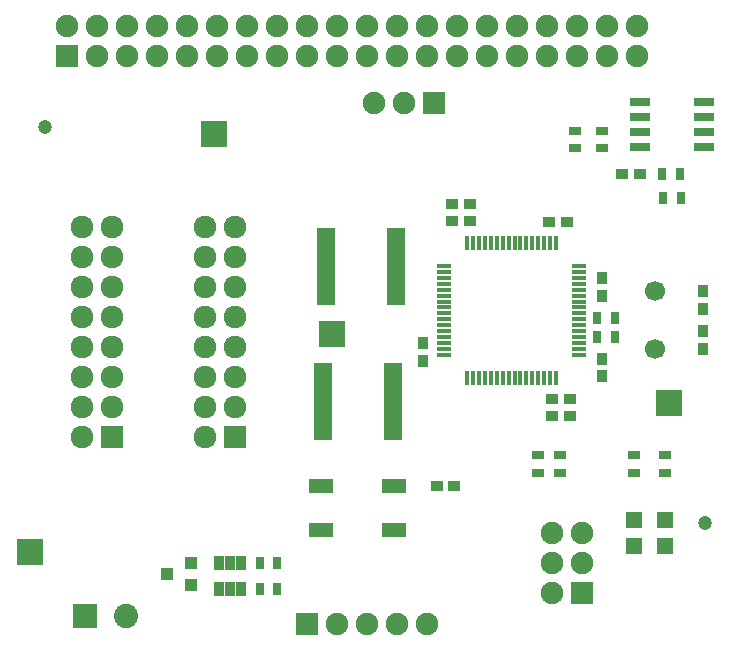
<source format=gts>
G04 #@! TF.FileFunction,Soldermask,Top*
%FSLAX46Y46*%
G04 Gerber Fmt 4.6, Leading zero omitted, Abs format (unit mm)*
G04 Created by KiCad (PCBNEW 4.0.7-e2-6376~58~ubuntu16.04.1) date Sun May 27 17:23:26 2018*
%MOMM*%
%LPD*%
G01*
G04 APERTURE LIST*
%ADD10C,0.100000*%
%ADD11R,1.900000X1.900000*%
%ADD12O,1.900000X1.900000*%
%ADD13R,1.927200X1.927200*%
%ADD14O,1.927200X1.927200*%
%ADD15R,1.400000X1.400000*%
%ADD16R,1.650000X0.650000*%
%ADD17C,1.700000*%
%ADD18R,1.750000X0.800000*%
%ADD19C,1.200000*%
%ADD20R,2.200000X2.200000*%
%ADD21R,1.200000X0.450000*%
%ADD22R,0.450000X1.200000*%
%ADD23R,1.000000X0.950000*%
%ADD24R,0.950000X1.000000*%
%ADD25R,1.100000X0.700000*%
%ADD26R,0.700000X1.100000*%
%ADD27R,2.000000X1.300000*%
%ADD28R,2.049120X2.049120*%
%ADD29C,2.049120*%
%ADD30R,1.100000X1.000000*%
%ADD31R,0.850000X1.260000*%
G04 APERTURE END LIST*
D10*
D11*
X132715000Y-56515000D03*
D12*
X132715000Y-53975000D03*
X135255000Y-56515000D03*
X135255000Y-53975000D03*
X137795000Y-56515000D03*
X137795000Y-53975000D03*
X140335000Y-56515000D03*
X140335000Y-53975000D03*
X142875000Y-56515000D03*
X142875000Y-53975000D03*
X145415000Y-56515000D03*
X145415000Y-53975000D03*
X147955000Y-56515000D03*
X147955000Y-53975000D03*
X150495000Y-56515000D03*
X150495000Y-53975000D03*
X153035000Y-56515000D03*
X153035000Y-53975000D03*
X155575000Y-56515000D03*
X155575000Y-53975000D03*
X158115000Y-56515000D03*
X158115000Y-53975000D03*
X160655000Y-56515000D03*
X160655000Y-53975000D03*
X163195000Y-56515000D03*
X163195000Y-53975000D03*
X165735000Y-56515000D03*
X165735000Y-53975000D03*
X168275000Y-56515000D03*
X168275000Y-53975000D03*
X170815000Y-56515000D03*
X170815000Y-53975000D03*
X173355000Y-56515000D03*
X173355000Y-53975000D03*
X175895000Y-56515000D03*
X175895000Y-53975000D03*
X178435000Y-56515000D03*
X178435000Y-53975000D03*
X180975000Y-56515000D03*
X180975000Y-53975000D03*
D13*
X136525000Y-88773000D03*
D14*
X133985000Y-88773000D03*
X136525000Y-86233000D03*
X133985000Y-86233000D03*
X136525000Y-83693000D03*
X133985000Y-83693000D03*
X136525000Y-81153000D03*
X133985000Y-81153000D03*
X136525000Y-78613000D03*
X133985000Y-78613000D03*
X136525000Y-76073000D03*
X133985000Y-76073000D03*
X136525000Y-73533000D03*
X133985000Y-73533000D03*
X136525000Y-70993000D03*
X133985000Y-70993000D03*
D15*
X180721000Y-97958000D03*
X180721000Y-95758000D03*
X183362600Y-97958000D03*
X183362600Y-95758000D03*
D13*
X146939000Y-88773000D03*
D14*
X144399000Y-88773000D03*
X146939000Y-86233000D03*
X144399000Y-86233000D03*
X146939000Y-83693000D03*
X144399000Y-83693000D03*
X146939000Y-81153000D03*
X144399000Y-81153000D03*
X146939000Y-78613000D03*
X144399000Y-78613000D03*
X146939000Y-76073000D03*
X144399000Y-76073000D03*
X146939000Y-73533000D03*
X144399000Y-73533000D03*
X146939000Y-70993000D03*
X144399000Y-70993000D03*
D11*
X176276000Y-101981000D03*
D12*
X173736000Y-101981000D03*
X176276000Y-99441000D03*
X173736000Y-99441000D03*
X176276000Y-96901000D03*
X173736000Y-96901000D03*
D16*
X160557000Y-77220000D03*
X160557000Y-76570000D03*
X160557000Y-75920000D03*
X160557000Y-75270000D03*
X160557000Y-74620000D03*
X160557000Y-73970000D03*
X160557000Y-73320000D03*
X160557000Y-72670000D03*
X160557000Y-72020000D03*
X160557000Y-71370000D03*
X154657000Y-71370000D03*
X154657000Y-72020000D03*
X154657000Y-72670000D03*
X154657000Y-73320000D03*
X154657000Y-73970000D03*
X154657000Y-74620000D03*
X154657000Y-75270000D03*
X154657000Y-75920000D03*
X154657000Y-76570000D03*
X154657000Y-77220000D03*
X160303000Y-88650000D03*
X160303000Y-88000000D03*
X160303000Y-87350000D03*
X160303000Y-86700000D03*
X160303000Y-86050000D03*
X160303000Y-85400000D03*
X160303000Y-84750000D03*
X160303000Y-84100000D03*
X160303000Y-83450000D03*
X160303000Y-82800000D03*
X154403000Y-82800000D03*
X154403000Y-83450000D03*
X154403000Y-84100000D03*
X154403000Y-84750000D03*
X154403000Y-85400000D03*
X154403000Y-86050000D03*
X154403000Y-86700000D03*
X154403000Y-87350000D03*
X154403000Y-88000000D03*
X154403000Y-88650000D03*
D17*
X182511700Y-81292700D03*
X182511700Y-76412700D03*
D18*
X186600000Y-64211200D03*
X186600000Y-62941200D03*
X186600000Y-61671200D03*
X186600000Y-60401200D03*
X181200000Y-60401200D03*
X181200000Y-61671200D03*
X181200000Y-62941200D03*
X181200000Y-64211200D03*
D19*
X130810000Y-62484000D03*
X186690000Y-96012000D03*
D20*
X145161000Y-63119000D03*
X183642000Y-85852000D03*
X155100000Y-80000000D03*
X129600000Y-98500000D03*
D11*
X163750000Y-60500000D03*
D12*
X161210000Y-60500000D03*
X158670000Y-60500000D03*
D21*
X176040000Y-81780000D03*
X176040000Y-81280000D03*
X176040000Y-80780000D03*
X176040000Y-80280000D03*
X176040000Y-79780000D03*
X176040000Y-79280000D03*
X176040000Y-78780000D03*
X176040000Y-78280000D03*
X176040000Y-77780000D03*
X176040000Y-77280000D03*
X176040000Y-76780000D03*
X176040000Y-76280000D03*
X176040000Y-75780000D03*
X176040000Y-75280000D03*
X176040000Y-74780000D03*
X176040000Y-74280000D03*
D22*
X174090000Y-72330000D03*
X173590000Y-72330000D03*
X173090000Y-72330000D03*
X172590000Y-72330000D03*
X172090000Y-72330000D03*
X171590000Y-72330000D03*
X171090000Y-72330000D03*
X170590000Y-72330000D03*
X170090000Y-72330000D03*
X169590000Y-72330000D03*
X169090000Y-72330000D03*
X168590000Y-72330000D03*
X168090000Y-72330000D03*
X167590000Y-72330000D03*
X167090000Y-72330000D03*
X166590000Y-72330000D03*
D21*
X164640000Y-74280000D03*
X164640000Y-74780000D03*
X164640000Y-75280000D03*
X164640000Y-75780000D03*
X164640000Y-76280000D03*
X164640000Y-76780000D03*
X164640000Y-77280000D03*
X164640000Y-77780000D03*
X164640000Y-78280000D03*
X164640000Y-78780000D03*
X164640000Y-79280000D03*
X164640000Y-79780000D03*
X164640000Y-80280000D03*
X164640000Y-80780000D03*
X164640000Y-81280000D03*
X164640000Y-81780000D03*
D22*
X166590000Y-83730000D03*
X167090000Y-83730000D03*
X167590000Y-83730000D03*
X168090000Y-83730000D03*
X168590000Y-83730000D03*
X169090000Y-83730000D03*
X169590000Y-83730000D03*
X170090000Y-83730000D03*
X170590000Y-83730000D03*
X171090000Y-83730000D03*
X171590000Y-83730000D03*
X172090000Y-83730000D03*
X172590000Y-83730000D03*
X173090000Y-83730000D03*
X173590000Y-83730000D03*
X174090000Y-83730000D03*
D23*
X164000000Y-92900000D03*
X165500000Y-92900000D03*
D24*
X186580000Y-81290000D03*
X186580000Y-79790000D03*
X186580000Y-76420000D03*
X186580000Y-77920000D03*
X162810000Y-80810000D03*
X162810000Y-82310000D03*
D23*
X166800000Y-70490000D03*
X165300000Y-70490000D03*
X173800000Y-85500000D03*
X175300000Y-85500000D03*
X175000000Y-70500000D03*
X173500000Y-70500000D03*
X179700000Y-66500000D03*
X181200000Y-66500000D03*
D25*
X180695600Y-91762000D03*
X180695600Y-90262000D03*
D26*
X177600000Y-80300000D03*
X179100000Y-80300000D03*
D25*
X183337200Y-91762000D03*
X183337200Y-90262000D03*
X174400000Y-91762000D03*
X174400000Y-90262000D03*
X172600000Y-90262000D03*
X172600000Y-91762000D03*
X178000000Y-64300000D03*
X178000000Y-62800000D03*
X175700000Y-64300000D03*
X175700000Y-62800000D03*
D26*
X183100000Y-66500000D03*
X184600000Y-66500000D03*
X183200000Y-68500000D03*
X184700000Y-68500000D03*
D27*
X160400000Y-96600000D03*
X154200000Y-96600000D03*
X160400000Y-92900000D03*
X154200000Y-92900000D03*
D24*
X178000000Y-76800000D03*
X178000000Y-75300000D03*
D23*
X173800000Y-87000000D03*
X175300000Y-87000000D03*
X165300000Y-69000000D03*
X166800000Y-69000000D03*
D24*
X178000000Y-83600000D03*
X178000000Y-82100000D03*
D28*
X134204960Y-103900000D03*
D29*
X137700000Y-103900000D03*
D26*
X177600000Y-78700000D03*
X179100000Y-78700000D03*
D11*
X152980000Y-104600000D03*
D12*
X155520000Y-104600000D03*
X158060000Y-104600000D03*
X160600000Y-104600000D03*
X163140000Y-104600000D03*
D30*
X143200000Y-101300000D03*
X143200000Y-99400000D03*
X141200000Y-100350000D03*
D26*
X149000000Y-101600000D03*
X150500000Y-101600000D03*
X149000000Y-99400000D03*
X150500000Y-99400000D03*
D31*
X145550000Y-101600000D03*
X146500000Y-101600000D03*
X147450000Y-101600000D03*
X147450000Y-99400000D03*
X145550000Y-99400000D03*
X146500000Y-99400000D03*
M02*

</source>
